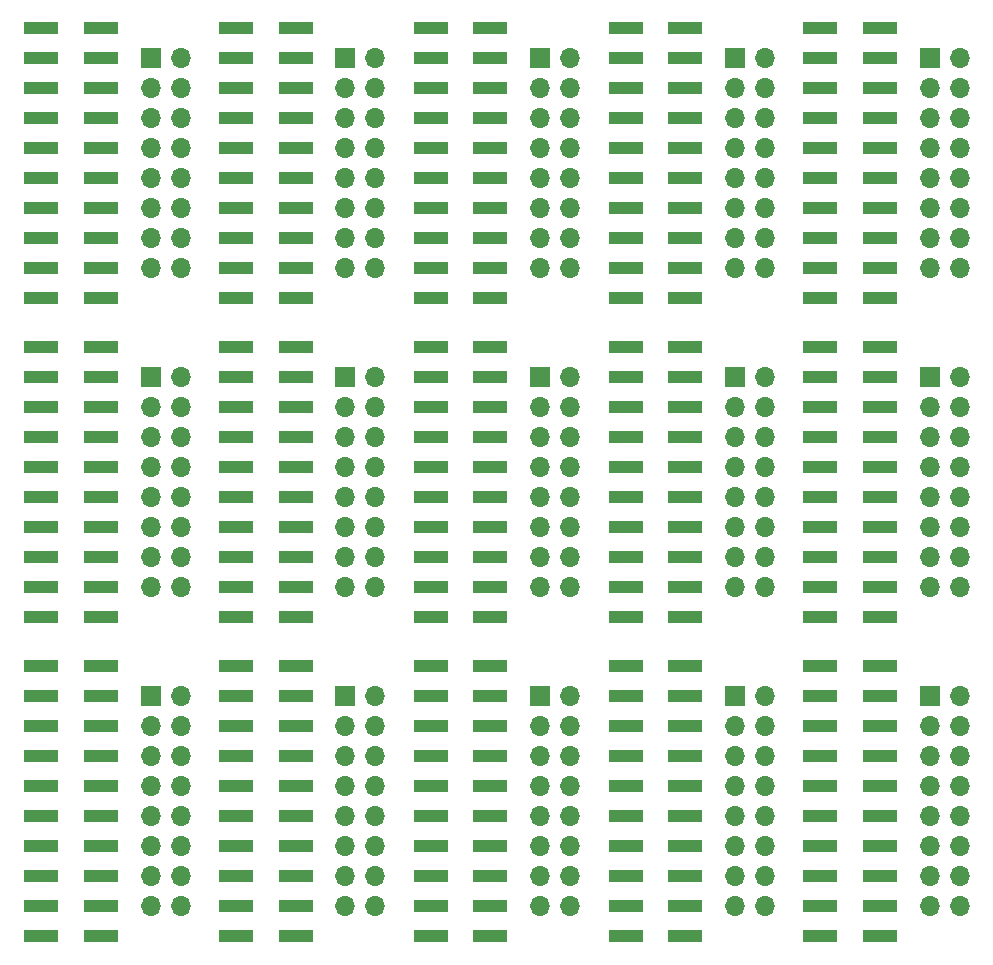
<source format=gbr>
%TF.GenerationSoftware,KiCad,Pcbnew,(6.0.7)*%
%TF.CreationDate,2023-02-25T07:44:42+08:00*%
%TF.ProjectId,BoardCoverter,426f6172-6443-46f7-9665-727465722e6b,rev?*%
%TF.SameCoordinates,Original*%
%TF.FileFunction,Soldermask,Bot*%
%TF.FilePolarity,Negative*%
%FSLAX46Y46*%
G04 Gerber Fmt 4.6, Leading zero omitted, Abs format (unit mm)*
G04 Created by KiCad (PCBNEW (6.0.7)) date 2023-02-25 07:44:42*
%MOMM*%
%LPD*%
G01*
G04 APERTURE LIST*
%ADD10R,1.700000X1.700000*%
%ADD11O,1.700000X1.700000*%
%ADD12R,3.000000X1.000000*%
G04 APERTURE END LIST*
D10*
%TO.C,J1*%
X148117500Y-63712500D03*
D11*
X150657500Y-63712500D03*
X148117500Y-66252500D03*
X150657500Y-66252500D03*
X148117500Y-68792500D03*
X150657500Y-68792500D03*
X148117500Y-71332500D03*
X150657500Y-71332500D03*
X148117500Y-73872500D03*
X150657500Y-73872500D03*
X148117500Y-76412500D03*
X150657500Y-76412500D03*
X148117500Y-78952500D03*
X150657500Y-78952500D03*
X148117500Y-81492500D03*
X150657500Y-81492500D03*
%TD*%
D12*
%TO.C,J2*%
X171852500Y-61157500D03*
X176892500Y-61157500D03*
X171852500Y-63697500D03*
X176892500Y-63697500D03*
X171852500Y-66237500D03*
X176892500Y-66237500D03*
X171852500Y-68777500D03*
X176892500Y-68777500D03*
X171852500Y-71317500D03*
X176892500Y-71317500D03*
X171852500Y-73857500D03*
X176892500Y-73857500D03*
X171852500Y-76397500D03*
X176892500Y-76397500D03*
X171852500Y-78937500D03*
X176892500Y-78937500D03*
X171852500Y-81477500D03*
X176892500Y-81477500D03*
X171852500Y-84017500D03*
X176892500Y-84017500D03*
%TD*%
%TO.C,J2*%
X171852500Y-115157500D03*
X176892500Y-115157500D03*
X171852500Y-117697500D03*
X176892500Y-117697500D03*
X171852500Y-120237500D03*
X176892500Y-120237500D03*
X171852500Y-122777500D03*
X176892500Y-122777500D03*
X171852500Y-125317500D03*
X176892500Y-125317500D03*
X171852500Y-127857500D03*
X176892500Y-127857500D03*
X171852500Y-130397500D03*
X176892500Y-130397500D03*
X171852500Y-132937500D03*
X176892500Y-132937500D03*
X171852500Y-135477500D03*
X176892500Y-135477500D03*
X171852500Y-138017500D03*
X176892500Y-138017500D03*
%TD*%
%TO.C,J2*%
X138872500Y-88157500D03*
X143912500Y-88157500D03*
X138872500Y-90697500D03*
X143912500Y-90697500D03*
X138872500Y-93237500D03*
X143912500Y-93237500D03*
X138872500Y-95777500D03*
X143912500Y-95777500D03*
X138872500Y-98317500D03*
X143912500Y-98317500D03*
X138872500Y-100857500D03*
X143912500Y-100857500D03*
X138872500Y-103397500D03*
X143912500Y-103397500D03*
X138872500Y-105937500D03*
X143912500Y-105937500D03*
X138872500Y-108477500D03*
X143912500Y-108477500D03*
X138872500Y-111017500D03*
X143912500Y-111017500D03*
%TD*%
%TO.C,J2*%
X171852500Y-88157500D03*
X176892500Y-88157500D03*
X171852500Y-90697500D03*
X176892500Y-90697500D03*
X171852500Y-93237500D03*
X176892500Y-93237500D03*
X171852500Y-95777500D03*
X176892500Y-95777500D03*
X171852500Y-98317500D03*
X176892500Y-98317500D03*
X171852500Y-100857500D03*
X176892500Y-100857500D03*
X171852500Y-103397500D03*
X176892500Y-103397500D03*
X171852500Y-105937500D03*
X176892500Y-105937500D03*
X171852500Y-108477500D03*
X176892500Y-108477500D03*
X171852500Y-111017500D03*
X176892500Y-111017500D03*
%TD*%
D10*
%TO.C,J1*%
X115137500Y-63712500D03*
D11*
X117677500Y-63712500D03*
X115137500Y-66252500D03*
X117677500Y-66252500D03*
X115137500Y-68792500D03*
X117677500Y-68792500D03*
X115137500Y-71332500D03*
X117677500Y-71332500D03*
X115137500Y-73872500D03*
X117677500Y-73872500D03*
X115137500Y-76412500D03*
X117677500Y-76412500D03*
X115137500Y-78952500D03*
X117677500Y-78952500D03*
X115137500Y-81492500D03*
X117677500Y-81492500D03*
%TD*%
D12*
%TO.C,J2*%
X138872500Y-115157500D03*
X143912500Y-115157500D03*
X138872500Y-117697500D03*
X143912500Y-117697500D03*
X138872500Y-120237500D03*
X143912500Y-120237500D03*
X138872500Y-122777500D03*
X143912500Y-122777500D03*
X138872500Y-125317500D03*
X143912500Y-125317500D03*
X138872500Y-127857500D03*
X143912500Y-127857500D03*
X138872500Y-130397500D03*
X143912500Y-130397500D03*
X138872500Y-132937500D03*
X143912500Y-132937500D03*
X138872500Y-135477500D03*
X143912500Y-135477500D03*
X138872500Y-138017500D03*
X143912500Y-138017500D03*
%TD*%
D10*
%TO.C,J1*%
X164607500Y-90712500D03*
D11*
X167147500Y-90712500D03*
X164607500Y-93252500D03*
X167147500Y-93252500D03*
X164607500Y-95792500D03*
X167147500Y-95792500D03*
X164607500Y-98332500D03*
X167147500Y-98332500D03*
X164607500Y-100872500D03*
X167147500Y-100872500D03*
X164607500Y-103412500D03*
X167147500Y-103412500D03*
X164607500Y-105952500D03*
X167147500Y-105952500D03*
X164607500Y-108492500D03*
X167147500Y-108492500D03*
%TD*%
D10*
%TO.C,J1*%
X115137500Y-90712500D03*
D11*
X117677500Y-90712500D03*
X115137500Y-93252500D03*
X117677500Y-93252500D03*
X115137500Y-95792500D03*
X117677500Y-95792500D03*
X115137500Y-98332500D03*
X117677500Y-98332500D03*
X115137500Y-100872500D03*
X117677500Y-100872500D03*
X115137500Y-103412500D03*
X117677500Y-103412500D03*
X115137500Y-105952500D03*
X117677500Y-105952500D03*
X115137500Y-108492500D03*
X117677500Y-108492500D03*
%TD*%
D12*
%TO.C,J2*%
X122382500Y-61157500D03*
X127422500Y-61157500D03*
X122382500Y-63697500D03*
X127422500Y-63697500D03*
X122382500Y-66237500D03*
X127422500Y-66237500D03*
X122382500Y-68777500D03*
X127422500Y-68777500D03*
X122382500Y-71317500D03*
X127422500Y-71317500D03*
X122382500Y-73857500D03*
X127422500Y-73857500D03*
X122382500Y-76397500D03*
X127422500Y-76397500D03*
X122382500Y-78937500D03*
X127422500Y-78937500D03*
X122382500Y-81477500D03*
X127422500Y-81477500D03*
X122382500Y-84017500D03*
X127422500Y-84017500D03*
%TD*%
%TO.C,J2*%
X105892500Y-115157500D03*
X110932500Y-115157500D03*
X105892500Y-117697500D03*
X110932500Y-117697500D03*
X105892500Y-120237500D03*
X110932500Y-120237500D03*
X105892500Y-122777500D03*
X110932500Y-122777500D03*
X105892500Y-125317500D03*
X110932500Y-125317500D03*
X105892500Y-127857500D03*
X110932500Y-127857500D03*
X105892500Y-130397500D03*
X110932500Y-130397500D03*
X105892500Y-132937500D03*
X110932500Y-132937500D03*
X105892500Y-135477500D03*
X110932500Y-135477500D03*
X105892500Y-138017500D03*
X110932500Y-138017500D03*
%TD*%
%TO.C,J2*%
X122382500Y-115157500D03*
X127422500Y-115157500D03*
X122382500Y-117697500D03*
X127422500Y-117697500D03*
X122382500Y-120237500D03*
X127422500Y-120237500D03*
X122382500Y-122777500D03*
X127422500Y-122777500D03*
X122382500Y-125317500D03*
X127422500Y-125317500D03*
X122382500Y-127857500D03*
X127422500Y-127857500D03*
X122382500Y-130397500D03*
X127422500Y-130397500D03*
X122382500Y-132937500D03*
X127422500Y-132937500D03*
X122382500Y-135477500D03*
X127422500Y-135477500D03*
X122382500Y-138017500D03*
X127422500Y-138017500D03*
%TD*%
D10*
%TO.C,J1*%
X181097500Y-63712500D03*
D11*
X183637500Y-63712500D03*
X181097500Y-66252500D03*
X183637500Y-66252500D03*
X181097500Y-68792500D03*
X183637500Y-68792500D03*
X181097500Y-71332500D03*
X183637500Y-71332500D03*
X181097500Y-73872500D03*
X183637500Y-73872500D03*
X181097500Y-76412500D03*
X183637500Y-76412500D03*
X181097500Y-78952500D03*
X183637500Y-78952500D03*
X181097500Y-81492500D03*
X183637500Y-81492500D03*
%TD*%
D12*
%TO.C,J2*%
X138872500Y-61157500D03*
X143912500Y-61157500D03*
X138872500Y-63697500D03*
X143912500Y-63697500D03*
X138872500Y-66237500D03*
X143912500Y-66237500D03*
X138872500Y-68777500D03*
X143912500Y-68777500D03*
X138872500Y-71317500D03*
X143912500Y-71317500D03*
X138872500Y-73857500D03*
X143912500Y-73857500D03*
X138872500Y-76397500D03*
X143912500Y-76397500D03*
X138872500Y-78937500D03*
X143912500Y-78937500D03*
X138872500Y-81477500D03*
X143912500Y-81477500D03*
X138872500Y-84017500D03*
X143912500Y-84017500D03*
%TD*%
%TO.C,J2*%
X105892500Y-88157500D03*
X110932500Y-88157500D03*
X105892500Y-90697500D03*
X110932500Y-90697500D03*
X105892500Y-93237500D03*
X110932500Y-93237500D03*
X105892500Y-95777500D03*
X110932500Y-95777500D03*
X105892500Y-98317500D03*
X110932500Y-98317500D03*
X105892500Y-100857500D03*
X110932500Y-100857500D03*
X105892500Y-103397500D03*
X110932500Y-103397500D03*
X105892500Y-105937500D03*
X110932500Y-105937500D03*
X105892500Y-108477500D03*
X110932500Y-108477500D03*
X105892500Y-111017500D03*
X110932500Y-111017500D03*
%TD*%
D10*
%TO.C,J1*%
X164607500Y-63712500D03*
D11*
X167147500Y-63712500D03*
X164607500Y-66252500D03*
X167147500Y-66252500D03*
X164607500Y-68792500D03*
X167147500Y-68792500D03*
X164607500Y-71332500D03*
X167147500Y-71332500D03*
X164607500Y-73872500D03*
X167147500Y-73872500D03*
X164607500Y-76412500D03*
X167147500Y-76412500D03*
X164607500Y-78952500D03*
X167147500Y-78952500D03*
X164607500Y-81492500D03*
X167147500Y-81492500D03*
%TD*%
D10*
%TO.C,J1*%
X131627500Y-117712500D03*
D11*
X134167500Y-117712500D03*
X131627500Y-120252500D03*
X134167500Y-120252500D03*
X131627500Y-122792500D03*
X134167500Y-122792500D03*
X131627500Y-125332500D03*
X134167500Y-125332500D03*
X131627500Y-127872500D03*
X134167500Y-127872500D03*
X131627500Y-130412500D03*
X134167500Y-130412500D03*
X131627500Y-132952500D03*
X134167500Y-132952500D03*
X131627500Y-135492500D03*
X134167500Y-135492500D03*
%TD*%
D12*
%TO.C,J2*%
X155362500Y-88157500D03*
X160402500Y-88157500D03*
X155362500Y-90697500D03*
X160402500Y-90697500D03*
X155362500Y-93237500D03*
X160402500Y-93237500D03*
X155362500Y-95777500D03*
X160402500Y-95777500D03*
X155362500Y-98317500D03*
X160402500Y-98317500D03*
X155362500Y-100857500D03*
X160402500Y-100857500D03*
X155362500Y-103397500D03*
X160402500Y-103397500D03*
X155362500Y-105937500D03*
X160402500Y-105937500D03*
X155362500Y-108477500D03*
X160402500Y-108477500D03*
X155362500Y-111017500D03*
X160402500Y-111017500D03*
%TD*%
D10*
%TO.C,J1*%
X181097500Y-117712500D03*
D11*
X183637500Y-117712500D03*
X181097500Y-120252500D03*
X183637500Y-120252500D03*
X181097500Y-122792500D03*
X183637500Y-122792500D03*
X181097500Y-125332500D03*
X183637500Y-125332500D03*
X181097500Y-127872500D03*
X183637500Y-127872500D03*
X181097500Y-130412500D03*
X183637500Y-130412500D03*
X181097500Y-132952500D03*
X183637500Y-132952500D03*
X181097500Y-135492500D03*
X183637500Y-135492500D03*
%TD*%
D10*
%TO.C,J1*%
X148117500Y-90712500D03*
D11*
X150657500Y-90712500D03*
X148117500Y-93252500D03*
X150657500Y-93252500D03*
X148117500Y-95792500D03*
X150657500Y-95792500D03*
X148117500Y-98332500D03*
X150657500Y-98332500D03*
X148117500Y-100872500D03*
X150657500Y-100872500D03*
X148117500Y-103412500D03*
X150657500Y-103412500D03*
X148117500Y-105952500D03*
X150657500Y-105952500D03*
X148117500Y-108492500D03*
X150657500Y-108492500D03*
%TD*%
D10*
%TO.C,J1*%
X131627500Y-90712500D03*
D11*
X134167500Y-90712500D03*
X131627500Y-93252500D03*
X134167500Y-93252500D03*
X131627500Y-95792500D03*
X134167500Y-95792500D03*
X131627500Y-98332500D03*
X134167500Y-98332500D03*
X131627500Y-100872500D03*
X134167500Y-100872500D03*
X131627500Y-103412500D03*
X134167500Y-103412500D03*
X131627500Y-105952500D03*
X134167500Y-105952500D03*
X131627500Y-108492500D03*
X134167500Y-108492500D03*
%TD*%
D10*
%TO.C,J1*%
X115137500Y-117712500D03*
D11*
X117677500Y-117712500D03*
X115137500Y-120252500D03*
X117677500Y-120252500D03*
X115137500Y-122792500D03*
X117677500Y-122792500D03*
X115137500Y-125332500D03*
X117677500Y-125332500D03*
X115137500Y-127872500D03*
X117677500Y-127872500D03*
X115137500Y-130412500D03*
X117677500Y-130412500D03*
X115137500Y-132952500D03*
X117677500Y-132952500D03*
X115137500Y-135492500D03*
X117677500Y-135492500D03*
%TD*%
D10*
%TO.C,J1*%
X148117500Y-117712500D03*
D11*
X150657500Y-117712500D03*
X148117500Y-120252500D03*
X150657500Y-120252500D03*
X148117500Y-122792500D03*
X150657500Y-122792500D03*
X148117500Y-125332500D03*
X150657500Y-125332500D03*
X148117500Y-127872500D03*
X150657500Y-127872500D03*
X148117500Y-130412500D03*
X150657500Y-130412500D03*
X148117500Y-132952500D03*
X150657500Y-132952500D03*
X148117500Y-135492500D03*
X150657500Y-135492500D03*
%TD*%
D12*
%TO.C,J2*%
X122382500Y-88157500D03*
X127422500Y-88157500D03*
X122382500Y-90697500D03*
X127422500Y-90697500D03*
X122382500Y-93237500D03*
X127422500Y-93237500D03*
X122382500Y-95777500D03*
X127422500Y-95777500D03*
X122382500Y-98317500D03*
X127422500Y-98317500D03*
X122382500Y-100857500D03*
X127422500Y-100857500D03*
X122382500Y-103397500D03*
X127422500Y-103397500D03*
X122382500Y-105937500D03*
X127422500Y-105937500D03*
X122382500Y-108477500D03*
X127422500Y-108477500D03*
X122382500Y-111017500D03*
X127422500Y-111017500D03*
%TD*%
%TO.C,J2*%
X155362500Y-115157500D03*
X160402500Y-115157500D03*
X155362500Y-117697500D03*
X160402500Y-117697500D03*
X155362500Y-120237500D03*
X160402500Y-120237500D03*
X155362500Y-122777500D03*
X160402500Y-122777500D03*
X155362500Y-125317500D03*
X160402500Y-125317500D03*
X155362500Y-127857500D03*
X160402500Y-127857500D03*
X155362500Y-130397500D03*
X160402500Y-130397500D03*
X155362500Y-132937500D03*
X160402500Y-132937500D03*
X155362500Y-135477500D03*
X160402500Y-135477500D03*
X155362500Y-138017500D03*
X160402500Y-138017500D03*
%TD*%
D10*
%TO.C,J1*%
X131627500Y-63712500D03*
D11*
X134167500Y-63712500D03*
X131627500Y-66252500D03*
X134167500Y-66252500D03*
X131627500Y-68792500D03*
X134167500Y-68792500D03*
X131627500Y-71332500D03*
X134167500Y-71332500D03*
X131627500Y-73872500D03*
X134167500Y-73872500D03*
X131627500Y-76412500D03*
X134167500Y-76412500D03*
X131627500Y-78952500D03*
X134167500Y-78952500D03*
X131627500Y-81492500D03*
X134167500Y-81492500D03*
%TD*%
D10*
%TO.C,J1*%
X164607500Y-117712500D03*
D11*
X167147500Y-117712500D03*
X164607500Y-120252500D03*
X167147500Y-120252500D03*
X164607500Y-122792500D03*
X167147500Y-122792500D03*
X164607500Y-125332500D03*
X167147500Y-125332500D03*
X164607500Y-127872500D03*
X167147500Y-127872500D03*
X164607500Y-130412500D03*
X167147500Y-130412500D03*
X164607500Y-132952500D03*
X167147500Y-132952500D03*
X164607500Y-135492500D03*
X167147500Y-135492500D03*
%TD*%
D10*
%TO.C,J1*%
X181097500Y-90712500D03*
D11*
X183637500Y-90712500D03*
X181097500Y-93252500D03*
X183637500Y-93252500D03*
X181097500Y-95792500D03*
X183637500Y-95792500D03*
X181097500Y-98332500D03*
X183637500Y-98332500D03*
X181097500Y-100872500D03*
X183637500Y-100872500D03*
X181097500Y-103412500D03*
X183637500Y-103412500D03*
X181097500Y-105952500D03*
X183637500Y-105952500D03*
X181097500Y-108492500D03*
X183637500Y-108492500D03*
%TD*%
D12*
%TO.C,J2*%
X105892500Y-61157500D03*
X110932500Y-61157500D03*
X105892500Y-63697500D03*
X110932500Y-63697500D03*
X105892500Y-66237500D03*
X110932500Y-66237500D03*
X105892500Y-68777500D03*
X110932500Y-68777500D03*
X105892500Y-71317500D03*
X110932500Y-71317500D03*
X105892500Y-73857500D03*
X110932500Y-73857500D03*
X105892500Y-76397500D03*
X110932500Y-76397500D03*
X105892500Y-78937500D03*
X110932500Y-78937500D03*
X105892500Y-81477500D03*
X110932500Y-81477500D03*
X105892500Y-84017500D03*
X110932500Y-84017500D03*
%TD*%
%TO.C,J2*%
X155362500Y-61157500D03*
X160402500Y-61157500D03*
X155362500Y-63697500D03*
X160402500Y-63697500D03*
X155362500Y-66237500D03*
X160402500Y-66237500D03*
X155362500Y-68777500D03*
X160402500Y-68777500D03*
X155362500Y-71317500D03*
X160402500Y-71317500D03*
X155362500Y-73857500D03*
X160402500Y-73857500D03*
X155362500Y-76397500D03*
X160402500Y-76397500D03*
X155362500Y-78937500D03*
X160402500Y-78937500D03*
X155362500Y-81477500D03*
X160402500Y-81477500D03*
X155362500Y-84017500D03*
X160402500Y-84017500D03*
%TD*%
M02*

</source>
